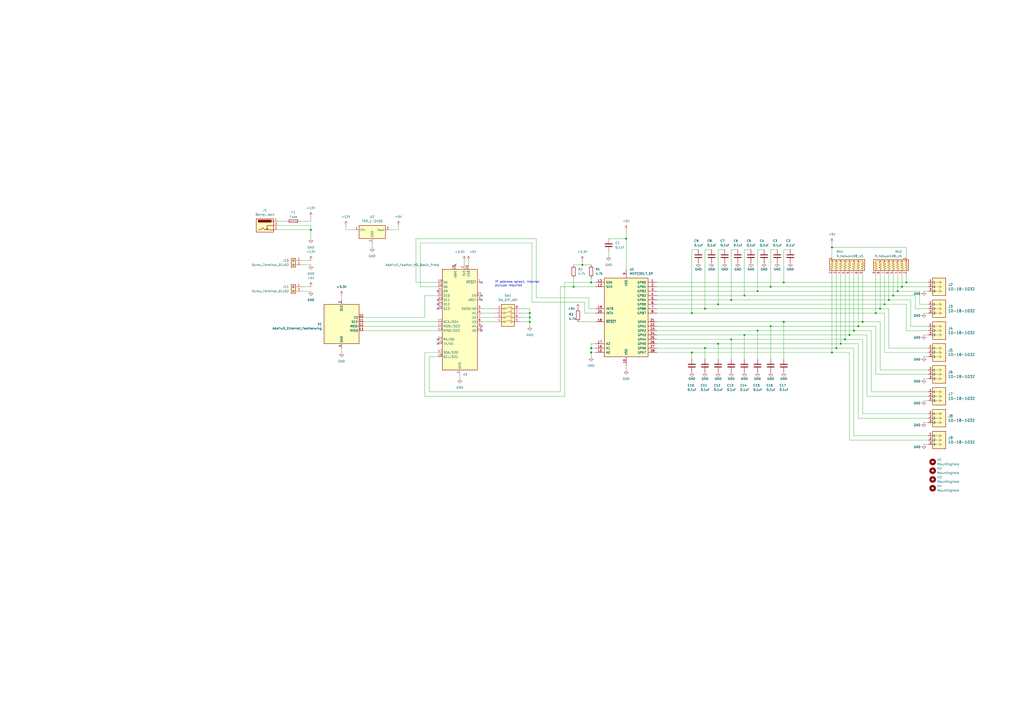
<source format=kicad_sch>
(kicad_sch (version 20230121) (generator eeschema)
  (paper "A2")
  (lib_symbols
    (symbol "Adafruit:Adafruit_Ethernet_Featherwing"
      (property "Reference" "A1" (at 11.43 -16.51 0))
      (property "Value" "Adafruit_Ethernet_Featherwing" (at 11.43 -19.05 0))
      (symbol "Adafruit_Ethernet_Featherwing_0_1"
        (rectangle (start -10.16 -5.08) (end 10.16 -27.94) (stroke (width 0.254)) (fill (type background)))
      )
      (symbol "Adafruit_Ethernet_Featherwing_1_1"
        (pin bidirectional line (at -12.7 -15.24 0) (length 2.54) (name "SCK") (number "11"))
        (pin bidirectional line (at -12.7 -17.78 0) (length 2.54) (name "MOSI") (number "12"))
        (pin bidirectional line (at -12.7 -20.32 0) (length 2.54) (name "MISO") (number "13"))
        (pin power_in line (at 0 -2.54 270) (length 2.54) (name "3V3") (number "2"))
        (pin bidirectional line (at -12.7 -12.7 0) (length 2.54) (name "CS") (number "22"))
        (pin power_in line (at 0 -30.48 90) (length 2.54) (name "GND") (number "4"))
      )
    )
    (symbol "BeaverRun:10-18-1032" (pin_names (offset 0.254))
      (property "Reference" "J" (at 8.89 6.35 0))
      (property "Value" "10-18-1032" (at -2.54 7.62 0))
      (symbol "10-18-1032_1_1"
        (polyline (pts (xy 10.16 -5.08) (xy 5.08 -5.08)) (stroke (width 0.127)))
        (polyline (pts (xy 10.16 -5.08) (xy 8.89 -5.9267)) (stroke (width 0.127)))
        (polyline (pts (xy 10.16 -5.08) (xy 8.89 -4.2333)) (stroke (width 0.127)))
        (polyline (pts (xy 10.16 -2.54) (xy 5.08 -2.54)) (stroke (width 0.127)))
        (polyline (pts (xy 10.16 -2.54) (xy 8.89 -3.3867)) (stroke (width 0.127)))
        (polyline (pts (xy 10.16 -2.54) (xy 8.89 -1.6933)) (stroke (width 0.127)))
        (polyline (pts (xy 10.16 0) (xy 5.08 0)) (stroke (width 0.127)))
        (polyline (pts (xy 10.16 0) (xy 8.89 -0.8467)) (stroke (width 0.127)))
        (polyline (pts (xy 10.16 0) (xy 8.89 0.8467)) (stroke (width 0.127)))
        (rectangle (start 5.08 2.54) (end 12.7 -7.62) (stroke (width 0.254)) (fill (type background)))
        (pin unspecified line (at 2.54 0 0) (length 2.54) (name "1") (number "1"))
        (pin unspecified line (at 2.54 -2.54 0) (length 2.54) (name "2") (number "2"))
        (pin unspecified line (at 2.54 -5.08 0) (length 2.54) (name "3") (number "3"))
      )
      (symbol "10-18-1032_1_2"
        (polyline (pts (xy 5.08 -7.62) (xy 12.7 -7.62)) (stroke (width 0.127)))
        (polyline (pts (xy 5.08 2.54) (xy 5.08 -7.62)) (stroke (width 0.127)))
        (polyline (pts (xy 7.62 -5.08) (xy 5.08 -5.08)) (stroke (width 0.127)))
        (polyline (pts (xy 7.62 -5.08) (xy 8.89 -5.9267)) (stroke (width 0.127)))
        (polyline (pts (xy 7.62 -5.08) (xy 8.89 -4.2333)) (stroke (width 0.127)))
        (polyline (pts (xy 7.62 -2.54) (xy 5.08 -2.54)) (stroke (width 0.127)))
        (polyline (pts (xy 7.62 -2.54) (xy 8.89 -3.3867)) (stroke (width 0.127)))
        (polyline (pts (xy 7.62 -2.54) (xy 8.89 -1.6933)) (stroke (width 0.127)))
        (polyline (pts (xy 7.62 0) (xy 5.08 0)) (stroke (width 0.127)))
        (polyline (pts (xy 7.62 0) (xy 8.89 -0.8467)) (stroke (width 0.127)))
        (polyline (pts (xy 7.62 0) (xy 8.89 0.8467)) (stroke (width 0.127)))
        (polyline (pts (xy 12.7 -7.62) (xy 12.7 2.54)) (stroke (width 0.127)))
        (polyline (pts (xy 12.7 2.54) (xy 5.08 2.54)) (stroke (width 0.127)))
        (pin unspecified line (at 0 0 0) (length 5.08) (name "1") (number "1"))
        (pin unspecified line (at 0 -2.54 0) (length 5.08) (name "2") (number "2"))
        (pin unspecified line (at 0 -5.08 0) (length 5.08) (name "3") (number "3"))
      )
    )
    (symbol "Connector:Barrel_Jack_Switch" (pin_names hide)
      (property "Reference" "J" (at 0 5.334 0))
      (property "Value" "Barrel_Jack_Switch" (at 0 -5.08 0))
      (symbol "Barrel_Jack_Switch_0_1"
        (rectangle (start -5.08 3.81) (end 5.08 -3.81) (stroke (width 0.254)) (fill (type background)))
        (arc (start -3.302 3.175) (mid -3.9343 2.54) (end -3.302 1.905) (stroke (width 0.254)))
        (arc (start -3.302 3.175) (mid -3.9343 2.54) (end -3.302 1.905) (stroke (width 0.254)) (fill (type outline)))
        (polyline (pts (xy 1.27 -2.286) (xy 1.905 -1.651)) (stroke (width 0.254)))
        (polyline (pts (xy 5.08 2.54) (xy 3.81 2.54)) (stroke (width 0.254)))
        (polyline (pts (xy 5.08 0) (xy 1.27 0) (xy 1.27 -2.286) (xy 0.635 -1.651)) (stroke (width 0.254)))
        (polyline (pts (xy -3.81 -2.54) (xy -2.54 -2.54) (xy -1.27 -1.27) (xy 0 -2.54) (xy 2.54 -2.54) (xy 5.08 -2.54)) (stroke (width 0.254)))
        (rectangle (start 3.683 3.175) (end -3.302 1.905) (stroke (width 0.254)) (fill (type outline)))
      )
      (symbol "Barrel_Jack_Switch_1_1"
        (pin passive line (at 7.62 2.54 180) (length 2.54) (name "~") (number "1"))
        (pin passive line (at 7.62 -2.54 180) (length 2.54) (name "~") (number "2"))
        (pin passive line (at 7.62 0 180) (length 2.54) (name "~") (number "3"))
      )
    )
    (symbol "Connector:Screw_Terminal_01x02" (pin_names (offset 1.016) hide)
      (property "Reference" "J" (at 0 2.54 0))
      (property "Value" "Screw_Terminal_01x02" (at 0 -5.08 0))
      (symbol "Screw_Terminal_01x02_1_1"
        (rectangle (start -1.27 1.27) (end 1.27 -3.81) (stroke (width 0.254)) (fill (type background)))
        (circle (center 0 -2.54) (radius 0.635) (stroke (width 0.1524)))
        (polyline (pts (xy -0.5334 -2.2098) (xy 0.3302 -3.048)) (stroke (width 0.1524)))
        (polyline (pts (xy -0.5334 0.3302) (xy 0.3302 -0.508)) (stroke (width 0.1524)))
        (polyline (pts (xy -0.3556 -2.032) (xy 0.508 -2.8702)) (stroke (width 0.1524)))
        (polyline (pts (xy -0.3556 0.508) (xy 0.508 -0.3302)) (stroke (width 0.1524)))
        (circle (center 0 0) (radius 0.635) (stroke (width 0.1524)))
        (pin passive line (at -5.08 0 0) (length 3.81) (name "Pin_1") (number "1"))
        (pin passive line (at -5.08 -2.54 0) (length 3.81) (name "Pin_2") (number "2"))
      )
    )
    (symbol "Device:C" (pin_numbers hide) (pin_names (offset 0.254))
      (property "Reference" "C" (at 0.635 2.54 0))
      (property "Value" "C" (at 0.635 -2.54 0))
      (symbol "C_0_1"
        (polyline (pts (xy -2.032 -0.762) (xy 2.032 -0.762)) (stroke (width 0.508)))
        (polyline (pts (xy -2.032 0.762) (xy 2.032 0.762)) (stroke (width 0.508)))
      )
      (symbol "C_1_1"
        (pin passive line (at 0 3.81 270) (length 2.794) (name "~") (number "1"))
        (pin passive line (at 0 -3.81 90) (length 2.794) (name "~") (number "2"))
      )
    )
    (symbol "Device:Fuse" (pin_numbers hide) (pin_names (offset 0))
      (property "Reference" "F" (at 2.032 0 90))
      (property "Value" "Fuse" (at -1.905 0 90))
      (symbol "Fuse_0_1"
        (rectangle (start -0.762 -2.54) (end 0.762 2.54) (stroke (width 0.254)))
        (polyline (pts (xy 0 2.54) (xy 0 -2.54)))
      )
      (symbol "Fuse_1_1"
        (pin passive line (at 0 3.81 270) (length 1.27) (name "~") (number "1"))
        (pin passive line (at 0 -3.81 90) (length 1.27) (name "~") (number "2"))
      )
    )
    (symbol "Device:R" (pin_numbers hide) (pin_names (offset 0))
      (property "Reference" "R" (at 2.032 0 90))
      (property "Value" "R" (at 0 0 90))
      (symbol "R_0_1"
        (rectangle (start -1.016 -2.54) (end 1.016 2.54) (stroke (width 0.254)))
      )
      (symbol "R_1_1"
        (pin passive line (at 0 3.81 270) (length 1.27) (name "~") (number "1"))
        (pin passive line (at 0 -3.81 90) (length 1.27) (name "~") (number "2"))
      )
    )
    (symbol "Device:R_Network08_US" (pin_names (offset 0) hide)
      (property "Reference" "RN" (at -12.7 0 90))
      (property "Value" "R_Network08_US" (at 10.16 0 90))
      (symbol "R_Network08_US_0_1"
        (rectangle (start -11.43 -3.175) (end 8.89 3.175) (stroke (width 0.254)) (fill (type background)))
        (circle (center -10.16 2.286) (radius 0.254) (fill (type outline)))
        (circle (center -7.62 2.286) (radius 0.254) (fill (type outline)))
        (circle (center -5.08 2.286) (radius 0.254) (fill (type outline)))
        (circle (center -2.54 2.286) (radius 0.254) (fill (type outline)))
        (polyline (pts (xy -10.16 2.286) (xy 7.62 2.286)))
        (polyline (pts (xy -10.16 2.286) (xy -10.16 1.524) (xy -9.398 1.1684) (xy -10.922 0.508) (xy -9.398 -0.1524) (xy -10.922 -0.8382) (xy -9.398 -1.524) (xy -10.922 -2.1844) (xy -10.16 -2.54) (xy -10.16 -3.81)))
        (polyline (pts (xy -7.62 2.286) (xy -7.62 1.524) (xy -6.858 1.1684) (xy -8.382 0.508) (xy -6.858 -0.1524) (xy -8.382 -0.8382) (xy -6.858 -1.524) (xy -8.382 -2.1844) (xy -7.62 -2.54) (xy -7.62 -3.81)))
        (polyline (pts (xy -5.08 2.286) (xy -5.08 1.524) (xy -4.318 1.1684) (xy -5.842 0.508) (xy -4.318 -0.1524) (xy -5.842 -0.8382) (xy -4.318 -1.524) (xy -5.842 -2.1844) (xy -5.08 -2.54) (xy -5.08 -3.81)))
        (polyline (pts (xy -2.54 2.286) (xy -2.54 1.524) (xy -1.778 1.1684) (xy -3.302 0.508) (xy -1.778 -0.1524) (xy -3.302 -0.8382) (xy -1.778 -1.524) (xy -3.302 -2.1844) (xy -2.54 -2.54) (xy -2.54 -3.81)))
        (polyline (pts (xy 0 2.286) (xy 0 1.524) (xy 0.762 1.1684) (xy -0.762 0.508) (xy 0.762 -0.1524) (xy -0.762 -0.8382) (xy 0.762 -1.524) (xy -0.762 -2.1844) (xy 0 -2.54) (xy 0 -3.81)))
        (polyline (pts (xy 2.54 2.286) (xy 2.54 1.524) (xy 3.302 1.1684) (xy 1.778 0.508) (xy 3.302 -0.1524) (xy 1.778 -0.8382) (xy 3.302 -1.524) (xy 1.778 -2.1844) (xy 2.54 -2.54) (xy 2.54 -3.81)))
        (polyline (pts (xy 5.08 2.286) (xy 5.08 1.524) (xy 5.842 1.1684) (xy 4.318 0.508) (xy 5.842 -0.1524) (xy 4.318 -0.8382) (xy 5.842 -1.524) (xy 4.318 -2.1844) (xy 5.08 -2.54) (xy 5.08 -3.81)))
        (polyline (pts (xy 7.62 2.286) (xy 7.62 1.524) (xy 8.382 1.1684) (xy 6.858 0.508) (xy 8.382 -0.1524) (xy 6.858 -0.8382) (xy 8.382 -1.524) (xy 6.858 -2.1844) (xy 7.62 -2.54) (xy 7.62 -3.81)))
        (circle (center 0 2.286) (radius 0.254) (fill (type outline)))
        (circle (center 2.54 2.286) (radius 0.254) (fill (type outline)))
        (circle (center 5.08 2.286) (radius 0.254) (fill (type outline)))
      )
      (symbol "R_Network08_US_1_1"
        (pin passive line (at -10.16 5.08 270) (length 2.54) (name "common") (number "1"))
        (pin passive line (at -10.16 -5.08 90) (length 1.27) (name "R1") (number "2"))
        (pin passive line (at -7.62 -5.08 90) (length 1.27) (name "R2") (number "3"))
        (pin passive line (at -5.08 -5.08 90) (length 1.27) (name "R3") (number "4"))
        (pin passive line (at -2.54 -5.08 90) (length 1.27) (name "R4") (number "5"))
        (pin passive line (at 0 -5.08 90) (length 1.27) (name "R5") (number "6"))
        (pin passive line (at 2.54 -5.08 90) (length 1.27) (name "R6") (number "7"))
        (pin passive line (at 5.08 -5.08 90) (length 1.27) (name "R7") (number "8"))
        (pin passive line (at 7.62 -5.08 90) (length 1.27) (name "R8") (number "9"))
      )
    )
    (symbol "Interface_Expansion:MCP23017_SP" (pin_names (offset 1.016))
      (property "Reference" "U" (at -11.43 24.13 0))
      (property "Value" "MCP23017_SP" (at 0 0 0))
      (symbol "MCP23017_SP_0_1"
        (rectangle (start -12.7 22.86) (end 12.7 -22.86) (stroke (width 0.254)) (fill (type background)))
      )
      (symbol "MCP23017_SP_1_1"
        (pin bidirectional line (at 17.78 20.32 180) (length 5.08) (name "GPB0") (number "1"))
        (pin power_in line (at 0 -27.94 90) (length 5.08) (name "VSS") (number "10"))
        (pin no_connect line (at -12.7 15.24 0) (length 5.08) hide (name "NC") (number "11"))
        (pin input line (at -17.78 17.78 0) (length 5.08) (name "SCK") (number "12"))
        (pin bidirectional line (at -17.78 20.32 0) (length 5.08) (name "SDA") (number "13"))
        (pin no_connect line (at -12.7 12.7 0) (length 5.08) hide (name "NC") (number "14"))
        (pin input line (at -17.78 -20.32 0) (length 5.08) (name "A0") (number "15"))
        (pin input line (at -17.78 -17.78 0) (length 5.08) (name "A1") (number "16"))
        (pin input line (at -17.78 -15.24 0) (length 5.08) (name "A2") (number "17"))
        (pin input line (at -17.78 -2.54 0) (length 5.08) (name "~{RESET}") (number "18"))
        (pin tri_state line (at -17.78 5.08 0) (length 5.08) (name "INTB") (number "19"))
        (pin bidirectional line (at 17.78 17.78 180) (length 5.08) (name "GPB1") (number "2"))
        (pin tri_state line (at -17.78 2.54 0) (length 5.08) (name "INTA") (number "20"))
        (pin bidirectional line (at 17.78 -2.54 180) (length 5.08) (name "GPA0") (number "21"))
        (pin bidirectional line (at 17.78 -5.08 180) (length 5.08) (name "GPA1") (number "22"))
        (pin bidirectional line (at 17.78 -7.62 180) (length 5.08) (name "GPA2") (number "23"))
        (pin bidirectional line (at 17.78 -10.16 180) (length 5.08) (name "GPA3") (number "24"))
        (pin bidirectional line (at 17.78 -12.7 180) (length 5.08) (name "GPA4") (number "25"))
        (pin bidirectional line (at 17.78 -15.24 180) (length 5.08) (name "GPA5") (number "26"))
        (pin bidirectional line (at 17.78 -17.78 180) (length 5.08) (name "GPA6") (number "27"))
        (pin bidirectional line (at 17.78 -20.32 180) (length 5.08) (name "GPA7") (number "28"))
        (pin bidirectional line (at 17.78 15.24 180) (length 5.08) (name "GPB2") (number "3"))
        (pin bidirectional line (at 17.78 12.7 180) (length 5.08) (name "GPB3") (number "4"))
        (pin bidirectional line (at 17.78 10.16 180) (length 5.08) (name "GPB4") (number "5"))
        (pin bidirectional line (at 17.78 7.62 180) (length 5.08) (name "GPB5") (number "6"))
        (pin bidirectional line (at 17.78 5.08 180) (length 5.08) (name "GPB6") (number "7"))
        (pin bidirectional line (at 17.78 2.54 180) (length 5.08) (name "GPB7") (number "8"))
        (pin power_in line (at 0 27.94 270) (length 5.08) (name "VDD") (number "9"))
      )
    )
    (symbol "MCU_Module:Adafruit_Feather_M0_Basic_Proto"
      (property "Reference" "A" (at -10.16 29.21 0))
      (property "Value" "Adafruit_Feather_M0_Basic_Proto" (at 2.54 -31.75 0))
      (symbol "Adafruit_Feather_M0_Basic_Proto_0_1"
        (rectangle (start -10.16 27.94) (end 10.16 -30.48) (stroke (width 0.254)) (fill (type background)))
      )
      (symbol "Adafruit_Feather_M0_Basic_Proto_1_1"
        (pin input line (at 12.7 20.32 180) (length 2.54) (name "~{RESET}") (number "1"))
        (pin bidirectional line (at 12.7 -7.62 180) (length 2.54) (name "A5") (number "10"))
        (pin bidirectional line (at -12.7 -2.54 0) (length 2.54) (name "SCK/D24") (number "11"))
        (pin bidirectional line (at -12.7 -5.08 0) (length 2.54) (name "MOSI/D23") (number "12"))
        (pin bidirectional line (at -12.7 -7.62 0) (length 2.54) (name "MISO/D22") (number "13"))
        (pin bidirectional line (at -12.7 -12.7 0) (length 2.54) (name "RX/D0") (number "14"))
        (pin bidirectional line (at -12.7 -15.24 0) (length 2.54) (name "TX/D1") (number "15"))
        (pin passive line (at 0 -33.02 90) (length 2.54) hide (name "GND") (number "16"))
        (pin bidirectional line (at -12.7 -20.32 0) (length 2.54) (name "SDA/D20") (number "17"))
        (pin bidirectional line (at -12.7 -22.86 0) (length 2.54) (name "SCL/D21") (number "18"))
        (pin bidirectional line (at -12.7 20.32 0) (length 2.54) (name "D5") (number "19"))
        (pin power_in line (at 2.54 30.48 270) (length 2.54) (name "3V3") (number "2"))
        (pin bidirectional line (at -12.7 17.78 0) (length 2.54) (name "D6") (number "20"))
        (pin bidirectional line (at -12.7 15.24 0) (length 2.54) (name "D9") (number "21"))
        (pin bidirectional line (at -12.7 12.7 0) (length 2.54) (name "D10") (number "22"))
        (pin bidirectional line (at -12.7 10.16 0) (length 2.54) (name "D11") (number "23"))
        (pin bidirectional line (at -12.7 7.62 0) (length 2.54) (name "D12") (number "24"))
        (pin bidirectional line (at -12.7 5.08 0) (length 2.54) (name "D13") (number "25"))
        (pin power_in line (at 5.08 30.48 270) (length 2.54) (name "USB") (number "26"))
        (pin input line (at 12.7 12.7 180) (length 2.54) (name "EN") (number "27"))
        (pin power_in line (at -2.54 30.48 270) (length 2.54) (name "VBAT") (number "28"))
        (pin input line (at 12.7 10.16 180) (length 2.54) (name "AREF") (number "3"))
        (pin power_in line (at 0 -33.02 90) (length 2.54) (name "GND") (number "4"))
        (pin bidirectional line (at 12.7 5.08 180) (length 2.54) (name "DAC0/A0") (number "5"))
        (pin bidirectional line (at 12.7 2.54 180) (length 2.54) (name "A1") (number "6"))
        (pin bidirectional line (at 12.7 0 180) (length 2.54) (name "A2") (number "7"))
        (pin bidirectional line (at 12.7 -2.54 180) (length 2.54) (name "A3") (number "8"))
        (pin bidirectional line (at 12.7 -5.08 180) (length 2.54) (name "A4") (number "9"))
      )
    )
    (symbol "Mechanical:MountingHole" (pin_names (offset 1.016))
      (property "Reference" "H" (at 0 5.08 0))
      (property "Value" "MountingHole" (at 0 3.175 0))
      (symbol "MountingHole_0_1"
        (circle (center 0 0) (radius 1.27) (stroke (width 1.27)))
      )
    )
    (symbol "Regulator_Switching:TSR_1-2450"
      (property "Reference" "U" (at -7.62 6.35 0))
      (property "Value" "TSR_1-2450" (at -1.27 6.35 0))
      (symbol "TSR_1-2450_0_1"
        (rectangle (start -7.62 5.08) (end 7.62 -2.54) (stroke (width 0.254)) (fill (type background)))
      )
      (symbol "TSR_1-2450_1_1"
        (pin power_in line (at -10.16 2.54 0) (length 2.54) (name "Vin") (number "1"))
        (pin power_in line (at 0 -5.08 90) (length 2.54) (name "GND") (number "2"))
        (pin power_out line (at 10.16 2.54 180) (length 2.54) (name "Vout") (number "3"))
      )
    )
    (symbol "Switch:SW_DIP_x04" (pin_names (offset 0) hide)
      (property "Reference" "SW" (at 0 8.89 0))
      (property "Value" "SW_DIP_x04" (at 0 -6.35 0))
      (symbol "SW_DIP_x04_0_0"
        (circle (center -2.032 -2.54) (radius 0.508))
        (circle (center -2.032 0) (radius 0.508))
        (circle (center -2.032 2.54) (radius 0.508))
        (circle (center -2.032 5.08) (radius 0.508))
        (polyline (pts (xy -1.524 -2.3876) (xy 2.3622 -1.3462)))
        (polyline (pts (xy -1.524 0.127) (xy 2.3622 1.1684)))
        (polyline (pts (xy -1.524 2.667) (xy 2.3622 3.7084)))
        (polyline (pts (xy -1.524 5.207) (xy 2.3622 6.2484)))
        (circle (center 2.032 -2.54) (radius 0.508))
        (circle (center 2.032 0) (radius 0.508))
        (circle (center 2.032 2.54) (radius 0.508))
        (circle (center 2.032 5.08) (radius 0.508))
      )
      (symbol "SW_DIP_x04_0_1"
        (rectangle (start -3.81 7.62) (end 3.81 -5.08) (stroke (width 0.254)) (fill (type background)))
      )
      (symbol "SW_DIP_x04_1_1"
        (pin passive line (at -7.62 5.08 0) (length 5.08) (name "~") (number "1"))
        (pin passive line (at -7.62 2.54 0) (length 5.08) (name "~") (number "2"))
        (pin passive line (at -7.62 0 0) (length 5.08) (name "~") (number "3"))
        (pin passive line (at -7.62 -2.54 0) (length 5.08) (name "~") (number "4"))
        (pin passive line (at 7.62 -2.54 180) (length 5.08) (name "~") (number "5"))
        (pin passive line (at 7.62 0 180) (length 5.08) (name "~") (number "6"))
        (pin passive line (at 7.62 2.54 180) (length 5.08) (name "~") (number "7"))
        (pin passive line (at 7.62 5.08 180) (length 5.08) (name "~") (number "8"))
      )
    )
    (symbol "power:+12V" (power) (pin_names (offset 0))
      (property "Value" "+12V" (at 0 3.556 0))
      (symbol "+12V_0_1"
        (polyline (pts (xy -0.762 1.27) (xy 0 2.54)))
        (polyline (pts (xy 0 0) (xy 0 2.54)))
        (polyline (pts (xy 0 2.54) (xy 0.762 1.27)))
      )
      (symbol "+12V_1_1"
        (pin power_in line (at 0 0 90) (length 0) hide (name "+12V") (number "1"))
      )
    )
    (symbol "power:+3.3V" (power) (pin_names (offset 0))
      (property "Value" "+3.3V" (at 0 3.556 0))
      (symbol "+3.3V_0_1"
        (polyline (pts (xy -0.762 1.27) (xy 0 2.54)))
        (polyline (pts (xy 0 0) (xy 0 2.54)))
        (polyline (pts (xy 0 2.54) (xy 0.762 1.27)))
      )
      (symbol "+3.3V_1_1"
        (pin power_in line (at 0 0 90) (length 0) hide (name "+3.3V") (number "1"))
      )
    )
    (symbol "power:+5V" (power) (pin_names (offset 0))
      (property "Value" "+5V" (at 0 3.556 0))
      (symbol "+5V_0_1"
        (polyline (pts (xy -0.762 1.27) (xy 0 2.54)))
        (polyline (pts (xy 0 0) (xy 0 2.54)))
        (polyline (pts (xy 0 2.54) (xy 0.762 1.27)))
      )
      (symbol "+5V_1_1"
        (pin power_in line (at 0 0 90) (length 0) hide (name "+5V") (number "1"))
      )
    )
    (symbol "power:GND" (power) (pin_names (offset 0))
      (property "Value" "GND" (at 0 -3.81 0))
      (symbol "GND_0_1"
        (polyline (pts (xy 0 0) (xy 0 -1.27) (xy 1.27 -1.27) (xy 0 -2.54) (xy -1.27 -1.27) (xy 0 -1.27)))
      )
      (symbol "GND_1_1"
        (pin power_in line (at 0 0 270) (length 0) hide (name "GND") (number "1"))
      )
    )
  )
  (junction (at 497.84 189.23))
  (junction (at 401.32 204.47))
  (junction (at 487.68 199.39))
  (junction (at 447.04 189.23))
  (junction (at 510.54 179.07))
  (junction (at 180.34 133.35))
  (junction (at 416.56 176.53))
  (junction (at 401.32 181.61))
  (junction (at 518.16 171.45))
  (junction (at 513.08 176.53))
  (junction (at 520.7 168.91))
  (junction (at 500.38 186.69))
  (junction (at 454.66 186.69))
  (junction (at 337.82 153.67))
  (junction (at 439.42 168.91))
  (junction (at 495.3 191.77))
  (junction (at 307.34 186.69))
  (junction (at 332.74 166.37))
  (junction (at 482.6 143.51))
  (junction (at 408.94 179.07))
  (junction (at 492.76 194.31))
  (junction (at 482.6 204.47))
  (junction (at 342.9 204.47))
  (junction (at 342.9 201.93))
  (junction (at 485.14 201.93))
  (junction (at 523.24 166.37))
  (junction (at 490.22 196.85))
  (junction (at 525.78 163.83))
  (junction (at 508 181.61))
  (junction (at 363.22 138.43))
  (junction (at 454.66 163.83))
  (junction (at 447.04 166.37))
  (junction (at 424.18 173.99))
  (junction (at 307.34 184.15))
  (junction (at 439.42 191.77))
  (junction (at 431.8 194.31))
  (junction (at 307.34 181.61))
  (junction (at 424.18 196.85))
  (junction (at 342.9 163.83))
  (junction (at 431.8 171.45))
  (junction (at 515.62 173.99))
  (junction (at 408.94 201.93))
  (junction (at 416.56 199.39))
  (no_connect (at 254 173.99))
  (no_connect (at 254 196.85))
  (no_connect (at 254 199.39))
  (no_connect (at 279.4 191.77))
  (no_connect (at 254 168.91))
  (no_connect (at 264.16 153.67))
  (no_connect (at 279.4 189.23))
  (no_connect (at 279.4 171.45))
  (no_connect (at 254 179.07))
  (no_connect (at 254 176.53))
  (no_connect (at 279.4 173.99))
  (no_connect (at 279.4 163.83))
  (wire (pts (xy 447.04 166.37) (xy 523.24 166.37)))
  (wire (pts (xy 525.78 176.53) (xy 525.78 191.77)))
  (wire (pts (xy 523.24 158.75) (xy 523.24 166.37)))
  (wire (pts (xy 515.62 173.99) (xy 528.32 173.99)))
  (wire (pts (xy 311.15 172.72) (xy 311.15 138.43)))
  (wire (pts (xy 205.74 133.35) (xy 200.66 133.35)))
  (wire (pts (xy 510.54 214.63) (xy 538.48 214.63)))
  (wire (pts (xy 500.38 196.85) (xy 500.38 240.03)))
  (wire (pts (xy 485.14 201.93) (xy 495.3 201.93)))
  (wire (pts (xy 508 189.23) (xy 508 217.17)))
  (wire (pts (xy 180.34 128.27) (xy 180.34 125.73)))
  (wire (pts (xy 439.42 191.77) (xy 439.42 208.28)))
  (wire (pts (xy 535.94 232.41) (xy 538.48 232.41)))
  (wire (pts (xy 342.9 207.01) (xy 342.9 204.47)))
  (wire (pts (xy 341.63 179.07) (xy 341.63 172.72)))
  (wire (pts (xy 307.34 179.07) (xy 307.34 181.61)))
  (wire (pts (xy 175.26 151.13) (xy 180.34 151.13)))
  (wire (pts (xy 492.76 158.75) (xy 492.76 194.31)))
  (wire (pts (xy 443.23 144.78) (xy 439.42 144.78)))
  (wire (pts (xy 246.38 184.15) (xy 246.38 171.45)))
  (wire (pts (xy 302.26 186.69) (xy 307.34 186.69)))
  (wire (pts (xy 342.9 204.47) (xy 342.9 201.93)))
  (wire (pts (xy 332.74 166.37) (xy 345.44 166.37)))
  (wire (pts (xy 424.18 196.85) (xy 424.18 208.28)))
  (wire (pts (xy 339.09 175.26) (xy 308.61 175.26)))
  (wire (pts (xy 447.04 189.23) (xy 447.04 208.28)))
  (wire (pts (xy 302.26 179.07) (xy 307.34 179.07)))
  (wire (pts (xy 508 158.75) (xy 508 181.61)))
  (wire (pts (xy 248.92 207.01) (xy 248.92 227.33)))
  (wire (pts (xy 424.18 144.78) (xy 424.18 173.99)))
  (wire (pts (xy 416.56 144.78) (xy 416.56 176.53)))
  (wire (pts (xy 508 217.17) (xy 538.48 217.17)))
  (wire (pts (xy 381 173.99) (xy 424.18 173.99)))
  (wire (pts (xy 161.29 128.27) (xy 166.37 128.27)))
  (wire (pts (xy 325.12 166.37) (xy 332.74 166.37)))
  (wire (pts (xy 510.54 158.75) (xy 510.54 179.07)))
  (wire (pts (xy 215.9 140.97) (xy 215.9 143.51)))
  (wire (pts (xy 538.48 204.47) (xy 513.08 204.47)))
  (wire (pts (xy 530.86 171.45) (xy 530.86 179.07)))
  (wire (pts (xy 308.61 175.26) (xy 308.61 140.97)))
  (wire (pts (xy 518.16 158.75) (xy 518.16 171.45)))
  (wire (pts (xy 405.13 144.78) (xy 401.32 144.78)))
  (wire (pts (xy 381 166.37) (xy 447.04 166.37)))
  (wire (pts (xy 342.9 161.29) (xy 342.9 163.83)))
  (wire (pts (xy 342.9 201.93) (xy 342.9 199.39)))
  (wire (pts (xy 363.22 133.35) (xy 363.22 138.43)))
  (wire (pts (xy 495.3 201.93) (xy 495.3 252.73)))
  (wire (pts (xy 515.62 158.75) (xy 515.62 173.99)))
  (wire (pts (xy 482.6 148.59) (xy 482.6 143.51)))
  (wire (pts (xy 307.34 186.69) (xy 307.34 189.23)))
  (wire (pts (xy 363.22 212.09) (xy 363.22 214.63)))
  (wire (pts (xy 424.18 196.85) (xy 490.22 196.85)))
  (wire (pts (xy 528.32 173.99) (xy 528.32 189.23)))
  (wire (pts (xy 381 194.31) (xy 431.8 194.31)))
  (wire (pts (xy 515.62 179.07) (xy 515.62 201.93)))
  (wire (pts (xy 535.94 245.11) (xy 538.48 245.11)))
  (wire (pts (xy 492.76 255.27) (xy 492.76 204.47)))
  (wire (pts (xy 520.7 158.75) (xy 520.7 168.91)))
  (wire (pts (xy 302.26 184.15) (xy 307.34 184.15)))
  (wire (pts (xy 241.3 163.83) (xy 254 163.83)))
  (wire (pts (xy 381 176.53) (xy 416.56 176.53)))
  (wire (pts (xy 535.94 257.81) (xy 538.48 257.81)))
  (wire (pts (xy 431.8 171.45) (xy 518.16 171.45)))
  (wire (pts (xy 345.44 179.07) (xy 341.63 179.07)))
  (wire (pts (xy 454.66 163.83) (xy 525.78 163.83)))
  (wire (pts (xy 161.29 130.81) (xy 180.34 130.81)))
  (wire (pts (xy 337.82 151.13) (xy 337.82 153.67)))
  (wire (pts (xy 381 201.93) (xy 408.94 201.93)))
  (wire (pts (xy 525.78 191.77) (xy 538.48 191.77)))
  (wire (pts (xy 535.94 219.71) (xy 538.48 219.71)))
  (wire (pts (xy 523.24 166.37) (xy 538.48 166.37)))
  (wire (pts (xy 381 181.61) (xy 401.32 181.61)))
  (wire (pts (xy 363.22 138.43) (xy 363.22 156.21)))
  (wire (pts (xy 439.42 191.77) (xy 495.3 191.77)))
  (wire (pts (xy 490.22 158.75) (xy 490.22 196.85)))
  (wire (pts (xy 279.4 181.61) (xy 287.02 181.61)))
  (wire (pts (xy 482.6 158.75) (xy 482.6 204.47)))
  (wire (pts (xy 515.62 201.93) (xy 538.48 201.93)))
  (wire (pts (xy 175.26 168.91) (xy 180.34 168.91)))
  (wire (pts (xy 210.82 189.23) (xy 254 189.23)))
  (wire (pts (xy 408.94 179.07) (xy 510.54 179.07)))
  (wire (pts (xy 408.94 201.93) (xy 485.14 201.93)))
  (wire (pts (xy 447.04 144.78) (xy 447.04 166.37)))
  (wire (pts (xy 353.06 138.43) (xy 363.22 138.43)))
  (wire (pts (xy 528.32 189.23) (xy 538.48 189.23)))
  (wire (pts (xy 497.84 189.23) (xy 508 189.23)))
  (wire (pts (xy 180.34 138.43) (xy 180.34 133.35)))
  (wire (pts (xy 500.38 158.75) (xy 500.38 186.69)))
  (wire (pts (xy 332.74 153.67) (xy 337.82 153.67)))
  (wire (pts (xy 243.84 140.97) (xy 243.84 166.37)))
  (wire (pts (xy 327.66 229.87) (xy 327.66 163.83)))
  (wire (pts (xy 269.24 151.13) (xy 269.24 153.67)))
  (wire (pts (xy 525.78 148.59) (xy 525.78 143.51)))
  (wire (pts (xy 495.3 191.77) (xy 505.46 191.77)))
  (wire (pts (xy 246.38 171.45) (xy 254 171.45)))
  (wire (pts (xy 266.7 217.17) (xy 266.7 219.71)))
  (wire (pts (xy 339.09 181.61) (xy 339.09 175.26)))
  (wire (pts (xy 490.22 196.85) (xy 500.38 196.85)))
  (wire (pts (xy 416.56 199.39) (xy 487.68 199.39)))
  (wire (pts (xy 381 199.39) (xy 416.56 199.39)))
  (wire (pts (xy 381 179.07) (xy 408.94 179.07)))
  (wire (pts (xy 439.42 168.91) (xy 520.7 168.91)))
  (wire (pts (xy 327.66 163.83) (xy 342.9 163.83)))
  (wire (pts (xy 535.94 207.01) (xy 538.48 207.01)))
  (wire (pts (xy 427.99 144.78) (xy 424.18 144.78)))
  (wire (pts (xy 401.32 204.47) (xy 401.32 208.28)))
  (wire (pts (xy 497.84 199.39) (xy 487.68 199.39)))
  (wire (pts (xy 533.4 168.91) (xy 533.4 176.53)))
  (wire (pts (xy 454.66 186.69) (xy 500.38 186.69)))
  (wire (pts (xy 381 189.23) (xy 447.04 189.23)))
  (wire (pts (xy 279.4 186.69) (xy 287.02 186.69)))
  (wire (pts (xy 210.82 186.69) (xy 254 186.69)))
  (wire (pts (xy 450.85 144.78) (xy 447.04 144.78)))
  (wire (pts (xy 508 181.61) (xy 513.08 181.61)))
  (wire (pts (xy 485.14 158.75) (xy 485.14 201.93)))
  (wire (pts (xy 535.94 194.31) (xy 538.48 194.31)))
  (wire (pts (xy 246.38 204.47) (xy 246.38 229.87)))
  (wire (pts (xy 412.75 144.78) (xy 408.94 144.78)))
  (wire (pts (xy 248.92 207.01) (xy 254 207.01)))
  (wire (pts (xy 175.26 166.37) (xy 180.34 166.37)))
  (wire (pts (xy 200.66 133.35) (xy 200.66 130.81)))
  (wire (pts (xy 408.94 144.78) (xy 408.94 179.07)))
  (wire (pts (xy 279.4 179.07) (xy 287.02 179.07)))
  (wire (pts (xy 502.92 229.87) (xy 502.92 194.31)))
  (wire (pts (xy 454.66 186.69) (xy 454.66 208.28)))
  (wire (pts (xy 381 168.91) (xy 439.42 168.91)))
  (wire (pts (xy 416.56 176.53) (xy 513.08 176.53)))
  (wire (pts (xy 458.47 144.78) (xy 454.66 144.78)))
  (wire (pts (xy 535.94 168.91) (xy 538.48 168.91)))
  (wire (pts (xy 502.92 194.31) (xy 492.76 194.31)))
  (wire (pts (xy 381 196.85) (xy 424.18 196.85)))
  (wire (pts (xy 335.28 186.69) (xy 345.44 186.69)))
  (wire (pts (xy 246.38 229.87) (xy 327.66 229.87)))
  (wire (pts (xy 495.3 252.73) (xy 538.48 252.73)))
  (wire (pts (xy 447.04 189.23) (xy 497.84 189.23)))
  (wire (pts (xy 497.84 158.75) (xy 497.84 189.23)))
  (wire (pts (xy 538.48 229.87) (xy 502.92 229.87)))
  (wire (pts (xy 231.14 133.35) (xy 231.14 130.81)))
  (wire (pts (xy 248.92 227.33) (xy 325.12 227.33)))
  (wire (pts (xy 307.34 181.61) (xy 307.34 184.15)))
  (wire (pts (xy 381 171.45) (xy 431.8 171.45)))
  (wire (pts (xy 530.86 179.07) (xy 538.48 179.07)))
  (wire (pts (xy 175.26 153.67) (xy 180.34 153.67)))
  (wire (pts (xy 271.78 151.13) (xy 271.78 153.67)))
  (wire (pts (xy 342.9 163.83) (xy 345.44 163.83)))
  (wire (pts (xy 381 186.69) (xy 454.66 186.69)))
  (wire (pts (xy 435.61 144.78) (xy 431.8 144.78)))
  (wire (pts (xy 487.68 158.75) (xy 487.68 199.39)))
  (wire (pts (xy 254 204.47) (xy 246.38 204.47)))
  (wire (pts (xy 505.46 227.33) (xy 538.48 227.33)))
  (wire (pts (xy 353.06 146.05) (xy 353.06 148.59)))
  (wire (pts (xy 439.42 144.78) (xy 439.42 168.91)))
  (wire (pts (xy 210.82 191.77) (xy 254 191.77)))
  (wire (pts (xy 533.4 176.53) (xy 538.48 176.53)))
  (wire (pts (xy 279.4 184.15) (xy 287.02 184.15)))
  (wire (pts (xy 226.06 133.35) (xy 231.14 133.35)))
  (wire (pts (xy 173.99 128.27) (xy 180.34 128.27)))
  (wire (pts (xy 518.16 171.45) (xy 530.86 171.45)))
  (wire (pts (xy 424.18 173.99) (xy 515.62 173.99)))
  (wire (pts (xy 416.56 199.39) (xy 416.56 208.28)))
  (wire (pts (xy 454.66 144.78) (xy 454.66 163.83)))
  (wire (pts (xy 302.26 181.61) (xy 307.34 181.61)))
  (wire (pts (xy 510.54 186.69) (xy 510.54 214.63)))
  (wire (pts (xy 500.38 186.69) (xy 510.54 186.69)))
  (wire (pts (xy 198.12 171.45) (xy 198.12 173.99)))
  (wire (pts (xy 345.44 181.61) (xy 339.09 181.61)))
  (wire (pts (xy 325.12 227.33) (xy 325.12 166.37)))
  (wire (pts (xy 198.12 201.93) (xy 198.12 204.47)))
  (wire (pts (xy 513.08 181.61) (xy 513.08 204.47)))
  (wire (pts (xy 381 163.83) (xy 454.66 163.83)))
  (wire (pts (xy 401.32 181.61) (xy 508 181.61)))
  (wire (pts (xy 535.94 181.61) (xy 538.48 181.61)))
  (wire (pts (xy 482.6 143.51) (xy 525.78 143.51)))
  (wire (pts (xy 243.84 166.37) (xy 254 166.37)))
  (wire (pts (xy 497.84 242.57) (xy 497.84 199.39)))
  (wire (pts (xy 401.32 204.47) (xy 482.6 204.47)))
  (wire (pts (xy 500.38 240.03) (xy 538.48 240.03)))
  (wire (pts (xy 431.8 144.78) (xy 431.8 171.45)))
  (wire (pts (xy 308.61 140.97) (xy 243.84 140.97)))
  (wire (pts (xy 401.32 144.78) (xy 401.32 181.61)))
  (wire (pts (xy 538.48 242.57) (xy 497.84 242.57)))
  (wire (pts (xy 525.78 163.83) (xy 538.48 163.83)))
  (wire (pts (xy 482.6 204.47) (xy 492.76 204.47)))
  (wire (pts (xy 495.3 158.75) (xy 495.3 191.77)))
  (wire (pts (xy 341.63 172.72) (xy 311.15 172.72)))
  (wire (pts (xy 482.6 140.97) (xy 482.6 143.51)))
  (wire (pts (xy 431.8 194.31) (xy 492.76 194.31)))
  (wire (pts (xy 525.78 158.75) (xy 525.78 163.83)))
  (wire (pts (xy 510.54 179.07) (xy 515.62 179.07)))
  (wire (pts (xy 342.9 199.39) (xy 345.44 199.39)))
  (wire (pts (xy 381 204.47) (xy 401.32 204.47)))
  (wire (pts (xy 180.34 133.35) (xy 161.29 133.35)))
  (wire (pts (xy 180.34 130.81) (xy 180.34 133.35)))
  (wire (pts (xy 520.7 168.91) (xy 533.4 168.91)))
  (wire (pts (xy 381 191.77) (xy 439.42 191.77)))
  (wire (pts (xy 505.46 191.77) (xy 505.46 227.33)))
  (wire (pts (xy 513.08 158.75) (xy 513.08 176.53)))
  (wire (pts (xy 513.08 176.53) (xy 525.78 176.53)))
  (wire (pts (xy 307.34 184.15) (xy 307.34 186.69)))
  (wire (pts (xy 342.9 204.47) (xy 345.44 204.47)))
  (wire (pts (xy 311.15 138.43) (xy 241.3 138.43)))
  (wire (pts (xy 241.3 138.43) (xy 241.3 163.83)))
  (wire (pts (xy 342.9 201.93) (xy 345.44 201.93)))
  (wire (pts (xy 408.94 201.93) (xy 408.94 208.28)))
  (wire (pts (xy 337.82 153.67) (xy 342.9 153.67)))
  (wire (pts (xy 210.82 184.15) (xy 246.38 184.15)))
  (wire (pts (xy 431.8 194.31) (xy 431.8 208.28)))
  (wire (pts (xy 420.37 144.78) (xy 416.56 144.78)))
  (wire (pts (xy 538.48 255.27) (xy 492.76 255.27)))
  (wire (pts (xy 332.74 161.29) (xy 332.74 166.37)))
  (text "IP address select. Internal\npullups required" (at 287.02 166.37 0) (effects (font (size 1.27 1.27)) (justify left bottom)))
  (symbol (lib_id "power:+5V") (at 335.28 179.07 0) (unit 1)
    (property "Reference" "#PWR032" (effects hide))
    (property "Value" "+5V" (at 331.47 179.07 0))
  )
  (symbol (lib_id "power:GND") (at 180.34 138.43 0) (unit 1)
    (property "Reference" "#PWR019" (effects hide))
    (property "Value" "GND" (at 180.34 143.51 0))
  )
  (symbol (lib_id "power:+5V") (at 363.22 133.35 0) (unit 1)
    (property "Reference" "#PWR07" (effects hide))
    (property "Value" "+5V" (at 363.22 128.27 0))
  )
  (symbol (lib_id "power:GND") (at 353.06 148.59 0) (unit 1)
    (property "Reference" "#PWR011" (effects hide))
    (property "Value" "GND" (at 353.06 153.67 0))
  )
  (symbol (lib_id "Device:C") (at 416.56 212.09 0) (unit 1)
    (property "Reference" "C12" (at 414.02 223.52 0) (effects (justify left)))
    (property "Value" "0.1uf" (at 414.02 226.06 0) (effects (justify left)))
    (property "Footprint" "Capacitor_THT:C_Disc_D3.0mm_W1.6mm_P2.50mm" (effects hide))
  )
  (symbol (lib_id "power:GND") (at 198.12 204.47 0) (unit 1)
    (property "Reference" "#PWR03" (effects hide))
    (property "Value" "GND" (at 198.12 209.55 0))
  )
  (symbol (lib_id "power:GND") (at 443.23 152.4 0) (unit 1)
    (property "Reference" "#PWR033" (effects hide))
    (property "Value" "GND" (at 443.23 156.21 0))
  )
  (symbol (lib_id "power:GND") (at 535.94 168.91 0) (unit 1)
    (property "Reference" "#PWR022" (effects hide))
    (property "Value" "GND" (at 531.9984 170.378 0))
  )
  (symbol (lib_id "Mechanical:MountingHole") (at 541.02 278.13 0) (unit 1)
    (property "Reference" "H3" (at 543.56 276.86 0) (effects (justify left)))
    (property "Value" "MountingHole" (at 543.56 279.4 0) (effects (justify left)))
    (property "Footprint" "MountingHole:MountingHole_4.5mm" (effects hide))
  )
  (symbol (lib_id "Device:C") (at 447.04 212.09 0) (unit 1)
    (property "Reference" "C16" (at 444.5 223.52 0) (effects (justify left)))
    (property "Value" "0.1uf" (at 444.5 226.06 0) (effects (justify left)))
    (property "Footprint" "Capacitor_THT:C_Disc_D3.0mm_W1.6mm_P2.50mm" (effects hide))
  )
  (symbol (lib_id "power:GND") (at 454.66 215.9 0) (unit 1)
    (property "Reference" "#PWR046" (effects hide))
    (property "Value" "GND" (at 454.66 219.71 0))
  )
  (symbol (lib_id "Device:C") (at 458.47 148.59 0) (unit 1)
    (property "Reference" "C2" (at 455.93 139.7 0) (effects (justify left)))
    (property "Value" "0.1uf" (at 455.93 142.24 0) (effects (justify left)))
    (property "Footprint" "Capacitor_THT:C_Disc_D3.0mm_W1.6mm_P2.50mm" (effects hide))
  )
  (symbol (lib_id "BeaverRun:10-18-1032") (at 535.94 252.73 0) (unit 1)
    (property "Reference" "J9" (at 549.91 254 0) (effects (font (size 1.524 1.524)) (justify left)))
    (property "Value" "10-18-1032" (at 549.91 256.54 0) (effects (font (size 1.524 1.524)) (justify left)))
    (property "Footprint" "Conn_Molex:CONN_10-18-1032_MOL" (effects hide))
    (property "Datasheet" "10-18-1032" (effects hide))
  )
  (symbol (lib_id "power:+12V") (at 200.66 130.81 0) (unit 1)
    (property "Reference" "#PWR017" (effects hide))
    (property "Value" "+12V" (at 200.66 125.73 0))
  )
  (symbol (lib_id "Device:C") (at 353.06 142.24 0) (unit 1)
    (property "Reference" "C1" (at 356.87 140.97 0) (effects (justify left)))
    (property "Value" "0.1uf" (at 356.87 143.51 0) (effects (justify left)))
    (property "Footprint" "Capacitor_THT:C_Disc_D3.0mm_W1.6mm_P2.50mm" (effects hide))
  )
  (symbol (lib_id "power:GND") (at 266.7 219.71 0) (unit 1)
    (property "Reference" "#PWR01" (effects hide))
    (property "Value" "GND" (at 266.7 224.79 0))
  )
  (symbol (lib_id "BeaverRun:10-18-1032") (at 535.94 163.83 0) (unit 1)
    (property "Reference" "J2" (at 549.91 165.1 0) (effects (font (size 1.524 1.524)) (justify left)))
    (property "Value" "10-18-1032" (at 549.91 167.64 0) (effects (font (size 1.524 1.524)) (justify left)))
    (property "Footprint" "Conn_Molex:CONN_10-18-1032_MOL" (effects hide))
    (property "Datasheet" "10-18-1032" (effects hide))
  )
  (symbol (lib_id "power:+5V") (at 180.34 166.37 0) (unit 1)
    (property "Reference" "#PWR030" (effects hide))
    (property "Value" "+5V" (at 180.34 161.29 0))
  )
  (symbol (lib_id "Device:C") (at 427.99 148.59 0) (unit 1)
    (property "Reference" "C6" (at 425.45 139.7 0) (effects (justify left)))
    (property "Value" "0.1uf" (at 425.45 142.24 0) (effects (justify left)))
    (property "Footprint" "Capacitor_THT:C_Disc_D3.0mm_W1.6mm_P2.50mm" (effects hide))
  )
  (symbol (lib_id "BeaverRun:10-18-1032") (at 535.94 176.53 0) (unit 1)
    (property "Reference" "J3" (at 549.91 177.8 0) (effects (font (size 1.524 1.524)) (justify left)))
    (property "Value" "10-18-1032" (at 549.91 180.34 0) (effects (font (size 1.524 1.524)) (justify left)))
    (property "Footprint" "Conn_Molex:CONN_10-18-1032_MOL" (effects hide))
    (property "Datasheet" "10-18-1032" (effects hide))
  )
  (symbol (lib_id "power:GND") (at 342.9 207.01 0) (unit 1)
    (property "Reference" "#PWR09" (effects hide))
    (property "Value" "GND" (at 342.9 212.09 0))
  )
  (symbol (lib_id "BeaverRun:10-18-1032") (at 535.94 201.93 0) (unit 1)
    (property "Reference" "J5" (at 549.91 203.2 0) (effects (font (size 1.524 1.524)) (justify left)))
    (property "Value" "10-18-1032" (at 549.91 205.74 0) (effects (font (size 1.524 1.524)) (justify left)))
    (property "Footprint" "Conn_Molex:CONN_10-18-1032_MOL" (effects hide))
    (property "Datasheet" "10-18-1032" (effects hide))
  )
  (symbol (lib_id "Device:C") (at 420.37 148.59 0) (unit 1)
    (property "Reference" "C7" (at 417.83 139.7 0) (effects (justify left)))
    (property "Value" "0.1uf" (at 417.83 142.24 0) (effects (justify left)))
    (property "Footprint" "Capacitor_THT:C_Disc_D3.0mm_W1.6mm_P2.50mm" (effects hide))
  )
  (symbol (lib_id "Device:R") (at 335.28 182.88 0) (unit 1)
    (property "Reference" "R3" (at 329.9418 182.4198 0) (effects (justify left)))
    (property "Value" "4.7k" (at 329.9418 184.9598 0) (effects (justify left)))
    (property "Footprint" "Resistor_THT:R_Axial_DIN0207_L6.3mm_D2.5mm_P7.62mm_Horizontal" (effects hide))
  )
  (symbol (lib_id "power:GND") (at 439.42 215.9 0) (unit 1)
    (property "Reference" "#PWR044" (effects hide))
    (property "Value" "GND" (at 439.42 219.71 0))
  )
  (symbol (lib_id "power:+3.3V") (at 337.82 151.13 0) (unit 1)
    (property "Reference" "#PWR08" (effects hide))
    (property "Value" "+3.3V" (at 337.82 146.05 0))
  )
  (symbol (lib_id "Mechanical:MountingHole") (at 541.02 267.97 0) (unit 1)
    (property "Reference" "H1" (at 543.56 266.7 0) (effects (justify left)))
    (property "Value" "MountingHole" (at 543.56 269.24 0) (effects (justify left)))
    (property "Footprint" "MountingHole:MountingHole_4.5mm" (effects hide))
  )
  (symbol (lib_id "BeaverRun:10-18-1032") (at 535.94 227.33 0) (unit 1)
    (property "Reference" "J7" (at 549.91 228.6 0) (effects (font (size 1.524 1.524)) (justify left)))
    (property "Value" "10-18-1032" (at 549.91 231.14 0) (effects (font (size 1.524 1.524)) (justify left)))
    (property "Footprint" "Conn_Molex:CONN_10-18-1032_MOL" (effects hide))
    (property "Datasheet" "10-18-1032" (effects hide))
  )
  (symbol (lib_id "power:GND") (at 363.22 214.63 0) (unit 1)
    (property "Reference" "#PWR02" (effects hide))
    (property "Value" "GND" (at 363.22 219.71 0))
  )
  (symbol (lib_id "power:+3.3V") (at 269.24 151.13 0) (unit 1)
    (property "Reference" "#PWR05" (effects hide))
    (property "Value" "+3.3V" (at 266.7 146.05 0))
  )
  (symbol (lib_id "power:GND") (at 408.94 215.9 0) (unit 1)
    (property "Reference" "#PWR040" (effects hide))
    (property "Value" "GND" (at 408.94 219.71 0))
  )
  (symbol (lib_id "Device:C") (at 405.13 148.59 0) (unit 1)
    (property "Reference" "C9" (at 402.59 139.7 0) (effects (justify left)))
    (property "Value" "0.1uf" (at 402.59 142.24 0) (effects (justify left)))
    (property "Footprint" "Capacitor_THT:C_Disc_D3.0mm_W1.6mm_P2.50mm" (effects hide))
  )
  (symbol (lib_id "power:GND") (at 307.34 189.23 0) (unit 1)
    (property "Reference" "#PWR012" (effects hide))
    (property "Value" "GND" (at 307.34 194.31 0))
  )
  (symbol (lib_id "BeaverRun:10-18-1032") (at 535.94 189.23 0) (unit 1)
    (property "Reference" "J4" (at 549.91 190.5 0) (effects (font (size 1.524 1.524)) (justify left)))
    (property "Value" "10-18-1032" (at 549.91 193.04 0) (effects (font (size 1.524 1.524)) (justify left)))
    (property "Footprint" "Conn_Molex:CONN_10-18-1032_MOL" (effects hide))
    (property "Datasheet" "10-18-1032" (effects hide))
  )
  (symbol (lib_id "power:GND") (at 535.94 207.01 0) (unit 1)
    (property "Reference" "#PWR013" (effects hide))
    (property "Value" "GND" (at 531.9984 208.478 0))
  )
  (symbol (lib_id "Device:C") (at 450.85 148.59 0) (unit 1)
    (property "Reference" "C3" (at 448.31 139.7 0) (effects (justify left)))
    (property "Value" "0.1uf" (at 448.31 142.24 0) (effects (justify left)))
    (property "Footprint" "Capacitor_THT:C_Disc_D3.0mm_W1.6mm_P2.50mm" (effects hide))
  )
  (symbol (lib_id "Device:C") (at 412.75 148.59 0) (unit 1)
    (property "Reference" "C8" (at 410.21 139.7 0) (effects (justify left)))
    (property "Value" "0.1uf" (at 410.21 142.24 0) (effects (justify left)))
    (property "Footprint" "Capacitor_THT:C_Disc_D3.0mm_W1.6mm_P2.50mm" (effects hide))
  )
  (symbol (lib_id "power:GND") (at 416.56 215.9 0) (unit 1)
    (property "Reference" "#PWR041" (effects hide))
    (property "Value" "GND" (at 416.56 219.71 0))
  )
  (symbol (lib_id "Device:C") (at 439.42 212.09 0) (unit 1)
    (property "Reference" "C15" (at 436.88 223.52 0) (effects (justify left)))
    (property "Value" "0.1uf" (at 436.88 226.06 0) (effects (justify left)))
    (property "Footprint" "Capacitor_THT:C_Disc_D3.0mm_W1.6mm_P2.50mm" (effects hide))
  )
  (symbol (lib_id "Interface_Expansion:MCP23017_SP") (at 363.22 184.15 0) (unit 1)
    (property "Reference" "U1" (at 365.1759 156.21 0) (effects (justify left)))
    (property "Value" "MCP23017_SP" (at 365.1759 158.75 0) (effects (justify left)))
    (property "Footprint" "Package_DIP:DIP-28_W7.62mm" (effects hide))
    (property "Datasheet" "http://ww1.microchip.com/downloads/en/DeviceDoc/20001952C.pdf" (effects hide))
  )
  (symbol (lib_id "power:GND") (at 535.94 219.71 0) (unit 1)
    (property "Reference" "#PWR023" (effects hide))
    (property "Value" "GND" (at 531.9984 221.178 0))
  )
  (symbol (lib_id "power:GND") (at 180.34 153.67 0) (unit 1)
    (property "Reference" "#PWR029" (effects hide))
    (property "Value" "GND" (at 180.34 158.75 0))
  )
  (symbol (lib_id "power:+3.3V") (at 198.12 171.45 0) (unit 1)
    (property "Reference" "#PWR06" (effects hide))
    (property "Value" "+3.3V" (at 198.12 166.37 0))
  )
  (symbol (lib_id "Connector:Barrel_Jack_Switch") (at 153.67 130.81 0) (unit 1)
    (property "Reference" "J1" (at 153.67 121.92 0))
    (property "Value" "Barrel_Jack" (at 153.67 124.46 0))
    (property "Footprint" "Connector_BarrelJack:BarrelJack_Wuerth_6941xx301002" (effects hide))
  )
  (symbol (lib_id "Device:R") (at 332.74 157.48 0) (unit 1)
    (property "Reference" "R2" (at 335.28 156.21 0) (effects (justify left)))
    (property "Value" "4.7k" (at 335.28 158.75 0) (effects (justify left)))
    (property "Footprint" "Resistor_THT:R_Axial_DIN0207_L6.3mm_D2.5mm_P7.62mm_Horizontal" (effects hide))
  )
  (symbol (lib_id "power:+12V") (at 180.34 125.73 0) (unit 1)
    (property "Reference" "#PWR018" (effects hide))
    (property "Value" "+12V" (at 180.34 120.65 0))
  )
  (symbol (lib_id "power:GND") (at 424.18 215.9 0) (unit 1)
    (property "Reference" "#PWR042" (effects hide))
    (property "Value" "GND" (at 424.18 219.71 0))
  )
  (symbol (lib_id "power:+5V") (at 231.14 130.81 0) (unit 1)
    (property "Reference" "#PWR016" (effects hide))
    (property "Value" "+5V" (at 231.14 125.73 0))
  )
  (symbol (lib_id "power:GND") (at 405.13 152.4 0) (unit 1)
    (property "Reference" "#PWR038" (effects hide))
    (property "Value" "GND" (at 405.13 156.21 0))
  )
  (symbol (lib_id "power:+5V") (at 482.6 140.97 0) (unit 1)
    (property "Reference" "#PWR010" (effects hide))
    (property "Value" "+5V" (at 482.6 135.89 0))
  )
  (symbol (lib_id "power:GND") (at 435.61 152.4 0) (unit 1)
    (property "Reference" "#PWR034" (effects hide))
    (property "Value" "GND" (at 435.61 156.21 0))
  )
  (symbol (lib_id "power:GND") (at 450.85 152.4 0) (unit 1)
    (property "Reference" "#PWR024" (effects hide))
    (property "Value" "GND" (at 450.85 156.21 0))
  )
  (symbol (lib_id "power:GND") (at 535.94 232.41 0) (unit 1)
    (property "Reference" "#PWR025" (effects hide))
    (property "Value" "GND" (at 531.9984 233.878 0))
  )
  (symbol (lib_id "Device:Fuse") (at 170.18 128.27 90) (unit 1)
    (property "Reference" "F1" (at 170.18 123.19 90))
    (property "Value" "Fuse" (at 170.18 125.73 90))
    (property "Footprint" "Fuse:Fuseholder_Blade_Mini_Keystone_3568" (effects hide))
  )
  (symbol (lib_id "power:GND") (at 535.94 181.61 0) (unit 1)
    (property "Reference" "#PWR021" (effects hide))
    (property "Value" "GND" (at 531.9984 183.078 0))
  )
  (symbol (lib_id "Device:C") (at 431.8 212.09 0) (unit 1)
    (property "Reference" "C14" (at 429.26 223.52 0) (effects (justify left)))
    (property "Value" "0.1uf" (at 429.26 226.06 0) (effects (justify left)))
    (property "Footprint" "Capacitor_THT:C_Disc_D3.0mm_W1.6mm_P2.50mm" (effects hide))
  )
  (symbol (lib_id "Device:R") (at 342.9 157.48 0) (unit 1)
    (property "Reference" "R1" (at 345.44 156.21 0) (effects (justify left)))
    (property "Value" "4.7k" (at 345.44 158.75 0) (effects (justify left)))
    (property "Footprint" "Resistor_THT:R_Axial_DIN0207_L6.3mm_D2.5mm_P7.62mm_Horizontal" (effects hide))
  )
  (symbol (lib_id "Device:R_Network08_US") (at 515.62 153.67 0) (mirror y) (unit 1)
    (property "Reference" "RN2" (at 523.24 146.05 0) (effects (justify left)))
    (property "Value" "R_Network08_US" (at 523.24 148.59 0) (effects (justify left)))
    (property "Footprint" "Resistor_THT:R_Array_SIP9" (effects hide))
    (property "Datasheet" "http://www.vishay.com/docs/31509/csc.pdf" (effects hide))
  )
  (symbol (lib_id "power:+5V") (at 271.78 151.13 0) (unit 1)
    (property "Reference" "#PWR04" (effects hide))
    (property "Value" "+5V" (at 274.32 146.05 0))
  )
  (symbol (lib_id "power:GND") (at 180.34 168.91 0) (unit 1)
    (property "Reference" "#PWR031" (effects hide))
    (property "Value" "GND" (at 180.34 173.99 0))
  )
  (symbol (lib_id "Device:C") (at 408.94 212.09 0) (unit 1)
    (property "Reference" "C11" (at 406.4 223.52 0) (effects (justify left)))
    (property "Value" "0.1uf" (at 406.4 226.06 0) (effects (justify left)))
    (property "Footprint" "Capacitor_THT:C_Disc_D3.0mm_W1.6mm_P2.50mm" (effects hide))
  )
  (symbol (lib_id "power:GND") (at 427.99 152.4 0) (unit 1)
    (property "Reference" "#PWR035" (effects hide))
    (property "Value" "GND" (at 427.99 156.21 0))
  )
  (symbol (lib_id "Mechanical:MountingHole") (at 541.02 283.21 0) (unit 1)
    (property "Reference" "H4" (at 543.56 281.94 0) (effects (justify left)))
    (property "Value" "MountingHole" (at 543.56 284.48 0) (effects (justify left)))
    (property "Footprint" "MountingHole:MountingHole_4.5mm" (effects hide))
  )
  (symbol (lib_id "Mechanical:MountingHole") (at 541.02 273.05 0) (unit 1)
    (property "Reference" "H2" (at 543.56 271.78 0) (effects (justify left)))
    (property "Value" "MountingHole" (at 543.56 274.32 0) (effects (justify left)))
    (property "Footprint" "MountingHole:MountingHole_4.5mm" (effects hide))
  )
  (symbol (lib_id "power:GND") (at 431.8 215.9 0) (unit 1)
    (property "Reference" "#PWR043" (effects hide))
    (property "Value" "GND" (at 431.8 219.71 0))
  )
  (symbol (lib_id "power:+12V") (at 180.34 151.13 0) (unit 1)
    (property "Reference" "#PWR028" (effects hide))
    (property "Value" "+12V" (at 180.34 146.05 0))
  )
  (symbol (lib_id "Device:C") (at 435.61 148.59 0) (unit 1)
    (property "Reference" "C5" (at 433.07 139.7 0) (effects (justify left)))
    (property "Value" "0.1uf" (at 433.07 142.24 0) (effects (justify left)))
    (property "Footprint" "Capacitor_THT:C_Disc_D3.0mm_W1.6mm_P2.50mm" (effects hide))
  )
  (symbol (lib_id "BeaverRun:10-18-1032") (at 535.94 214.63 0) (unit 1)
    (property "Reference" "J6" (at 549.91 215.9 0) (effects (font (size 1.524 1.524)) (justify left)))
    (property "Value" "10-18-1032" (at 549.91 218.44 0) (effects (font (size 1.524 1.524)) (justify left)))
    (property "Footprint" "Conn_Molex:CONN_10-18-1032_MOL" (effects hide))
    (property "Datasheet" "10-18-1032" (effects hide))
  )
  (symbol (lib_id "Connector:Screw_Terminal_01x02") (at 170.18 151.13 0) (mirror y) (unit 1)
    (property "Reference" "J10" (at 167.64 151.13 0) (effects (justify left)))
    (property "Value" "Screw_Terminal_01x02" (at 167.64 153.67 0) (effects (justify left)))
    (property "Footprint" "TerminalBlock_Phoenix:TerminalBlock_Phoenix_MKDS-1,5-2-5.08_1x02_P5.08mm_Horizontal" (effects hide))
  )
  (symbol (lib_id "power:GND") (at 535.94 194.31 0) (unit 1)
    (property "Reference" "#PWR020" (effects hide))
    (property "Value" "GND" (at 531.9984 195.778 0))
  )
  (symbol (lib_id "Device:C") (at 401.32 212.09 0) (unit 1)
    (property "Reference" "C10" (at 398.78 223.52 0) (effects (justify left)))
    (property "Value" "0.1uf" (at 398.78 226.06 0) (effects (justify left)))
    (property "Footprint" "Capacitor_THT:C_Disc_D3.0mm_W1.6mm_P2.50mm" (effects hide))
  )
  (symbol (lib_id "power:GND") (at 458.47 152.4 0) (unit 1)
    (property "Reference" "#PWR014" (effects hide))
    (property "Value" "GND" (at 458.47 156.21 0))
  )
  (symbol (lib_id "Switch:SW_DIP_x04") (at 294.64 184.15 0) (unit 1)
    (property "Reference" "SW1" (at 294.64 171.45 0))
    (property "Value" "SW_DIP_x04" (at 294.64 173.99 0))
    (property "Footprint" "Button_Switch_THT:SW_DIP_SPSTx04_Slide_9.78x12.34mm_W7.62mm_P2.54mm" (effects hide))
  )
  (symbol (lib_id "Device:C") (at 424.18 212.09 0) (unit 1)
    (property "Reference" "C13" (at 421.64 223.52 0) (effects (justify left)))
    (property "Value" "0.1uf" (at 421.64 226.06 0) (effects (justify left)))
    (property "Footprint" "Capacitor_THT:C_Disc_D3.0mm_W1.6mm_P2.50mm" (effects hide))
  )
  (symbol (lib_id "power:GND") (at 401.32 215.9 0) (unit 1)
    (property "Reference" "#PWR039" (effects hide))
    (property "Value" "GND" (at 401.32 219.71 0))
  )
  (symbol (lib_id "Connector:Screw_Terminal_01x02") (at 170.18 166.37 0) (mirror y) (unit 1)
    (property "Reference" "J11" (at 167.64 166.37 0) (effects (justify left)))
    (property "Value" "Screw_Terminal_01x02" (at 167.64 168.91 0) (effects (justify left)))
    (property "Footprint" "TerminalBlock_Phoenix:TerminalBlock_Phoenix_MKDS-1,5-2-5.08_1x02_P5.08mm_Horizontal" (effects hide))
  )
  (symbol (lib_id "BeaverRun:10-18-1032") (at 535.94 240.03 0) (unit 1)
    (property "Reference" "J8" (at 549.91 241.3 0) (effects (font (size 1.524 1.524)) (justify left)))
    (property "Value" "10-18-1032" (at 549.91 243.84 0) (effects (font (size 1.524 1.524)) (justify left)))
    (property "Footprint" "Conn_Molex:CONN_10-18-1032_MOL" (effects hide))
    (property "Datasheet" "10-18-1032" (effects hide))
  )
  (symbol (lib_id "Regulator_Switching:TSR_1-2450") (at 215.9 135.89 0) (unit 1)
    (property "Reference" "U2" (at 215.9 125.73 0))
    (property "Value" "TSR_1-2450" (at 215.9 128.27 0))
    (property "Footprint" "Converter_DCDC:Converter_DCDC_TRACO_TSR-1_THT" (effects hide))
    (property "Datasheet" "http://www.tracopower.com/products/tsr1.pdf" (effects hide))
  )
  (symbol (lib_id "power:GND") (at 215.9 143.51 0) (unit 1)
    (property "Reference" "#PWR015" (effects hide))
    (property "Value" "GND" (at 215.9 148.59 0))
  )
  (symbol (lib_id "power:GND") (at 420.37 152.4 0) (unit 1)
    (property "Reference" "#PWR036" (effects hide))
    (property "Value" "GND" (at 420.37 156.21 0))
  )
  (symbol (lib_id "Device:C") (at 454.66 212.09 0) (unit 1)
    (property "Reference" "C17" (at 452.12 223.52 0) (effects (justify left)))
    (property "Value" "0.1uf" (at 452.12 226.06 0) (effects (justify left)))
    (property "Footprint" "Capacitor_THT:C_Disc_D3.0mm_W1.6mm_P2.50mm" (effects hide))
  )
  (symbol (lib_id "power:GND") (at 412.75 152.4 0) (unit 1)
    (property "Reference" "#PWR037" (effects hide))
    (property "Value" "GND" (at 412.75 156.21 0))
  )
  (symbol (lib_id "power:GND") (at 447.04 215.9 0) (unit 1)
    (property "Reference" "#PWR045" (effects hide))
    (property "Value" "GND" (at 447.04 219.71 0))
  )
  (symbol (lib_id "power:GND") (at 535.94 257.81 0) (unit 1)
    (property "Reference" "#PWR027" (effects hide))
    (property "Value" "GND" (at 531.9984 259.278 0))
  )
  (symbol (lib_id "Adafruit:Adafruit_Ethernet_Featherwing") (at 198.12 171.45 0) (mirror y) (unit 1)
    (property "Reference" "A1" (at 186.69 187.96 0) (effects (justify left)))
    (property "Value" "Adafruit_Ethernet_Featherwing" (at 186.69 190.5 0) (effects (justify left)))
    (property "Footprint" "Adafruit:Adafruit_Ethernet_Featherwing" (effects hide))
    (property "Datasheet" "https://cdn-learn.adafruit.com/downloads/pdf/adafruit-feather.pdf" (effects hide))
  )
  (symbol (lib_id "power:GND") (at 535.94 245.11 0) (unit 1)
    (property "Reference" "#PWR026" (effects hide))
    (property "Value" "GND" (at 531.9984 246.578 0))
  )
  (symbol (lib_id "MCU_Module:Adafruit_Feather_M0_Basic_Proto") (at 266.7 184.15 0) (unit 1)
    (property "Reference" "A3" (at 268.6559 217.17 0) (effects (justify left)))
    (property "Value" "Adafruit_Feather_M0_Basic_Proto" (at 223.52 153.67 0) (effects (justify left)))
    (property "Footprint" "Module:Adafruit_Feather" (effects hide))
    (property "Datasheet" "https://cdn-learn.adafruit.com/downloads/pdf/adafruit-feather-m0-basic-proto.pdf" (effects hide))
  )
  (symbol (lib_id "Device:R_Network08_US") (at 492.76 153.67 0) (unit 1)
    (property "Reference" "RN1" (at 485.14 146.05 0) (effects (justify left)))
    (property "Value" "R_Network08_US" (at 485.14 148.59 0) (effects (justify left)))
    (property "Footprint" "Resistor_THT:R_Array_SIP9" (effects hide))
    (property "Datasheet" "http://www.vishay.com/docs/31509/csc.pdf" (effects hide))
  )
  (symbol (lib_id "Device:C") (at 443.23 148.59 0) (unit 1)
    (property "Reference" "C4" (at 440.69 139.7 0) (effects (justify left)))
    (property "Value" "0.1uf" (at 440.69 142.24 0) (effects (justify left)))
    (property "Footprint" "Capacitor_THT:C_Disc_D3.0mm_W1.6mm_P2.50mm" (effects hide))
  )
)
</source>
